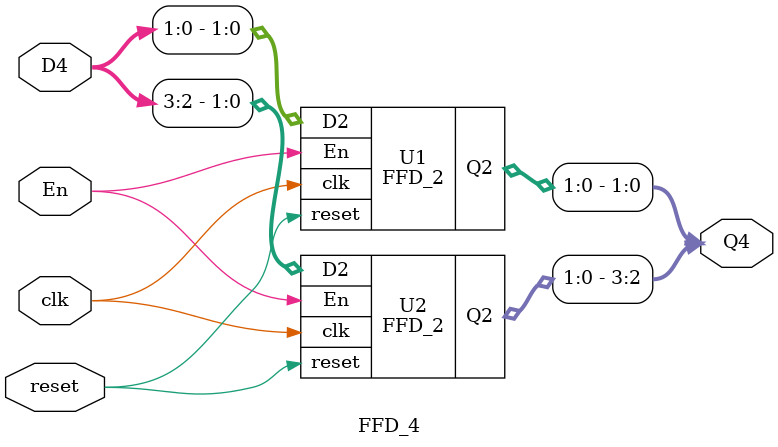
<source format=v>

module FFD_1(
    input wire clk, reset, En, D, 
    output reg Q);

    always @ (posedge clk or posedge reset) begin
        if (reset) 
            Q <= 1'b0;
        else if (En)
            Q <= D;
    end
endmodule

module FFD_2(
    input wire clk, reset, En, 
    input wire [1:0]D2, 
    output wire [1:0]Q2);

    FFD_1 U1(clk, reset, En, D2[1], Q2[1]);
    FFD_1 U2(clk, reset, En, D2[0], Q2[0]);

endmodule

module FFD_4(
    input wire clk, reset, En,
    input wire [3:0]D4, 
    output wire [3:0]Q4);

    FFD_2 U1(clk, reset, En, D4[1:0], Q4[1:0]);
    FFD_2 U2(clk, reset, En, D4[3:2], Q4[3:2]);

endmodule
</source>
